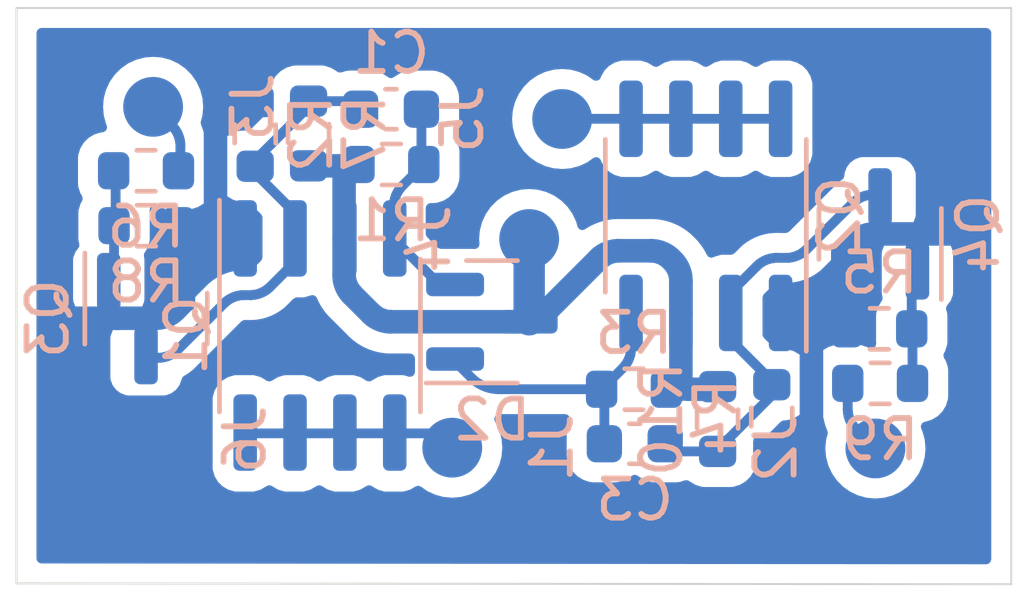
<source format=kicad_pcb>
(kicad_pcb (version 20211014) (generator pcbnew)
  (layers (0 "F.Cu" signal) (31 "B.Cu" signal) (34 "B.Paste" user) (35 "F.Paste" user) (36 "B.SilkS" user "B.Silkscreen") (37 "F.SilkS" user "F.Silkscreen") (38 "B.Mask" user) (39 "F.Mask" user) (44 "Edge.Cuts" user))
  (net 0 "")
  (net 1 "Net-(C1-Pad2)")
  (net 2 "Net-(C1-Pad1)")
  (net 3 "Net-(C3-Pad2)")
  (net 4 "Net-(C3-Pad1)")
  (net 5 "GND")
  (net 6 "Net-(Q3-Pad1)")
  (net 7 "Net-(J1-Pad1)")
  (net 8 "Net-(J5-Pad1)")
  (net 9 "Net-(Q4-Pad1)")
  (net 10 "/+12v")
  (net 11 "/Z1")
  (net 12 "/Z2")
  (footprint "Capacitor_SMD:C_0603_1608Metric" (layer "B.Cu") (at 40 39.33 180)
    (fp_text reference "C1" (at 0 1.43) (layer "B.SilkS") (effects (justify mirror)))
    (fp_text value "82nF")
    (fp_line (start -0.14058 0.51) (end 0.14058 0.51) (layer "B.SilkS") (width 0.12))
    (fp_line (start -0.14058 -0.51) (end 0.14058 -0.51) (layer "B.SilkS") (width 0.12))
    (pad "1" smd roundrect (at -0.775 0 180) (size 0.9 0.95) (layers "B.Cu" "B.Paste" "B.Mask") (net 2 "Net-(C1-Pad1)"))
    (pad "2" smd roundrect (at 0.775 0 180) (size 0.9 0.95) (layers "B.Cu" "B.Paste" "B.Mask") (net 1 "Net-(C1-Pad2)"))
  )
  (footprint "Capacitor_SMD:C_0603_1608Metric" (layer "B.Cu") (at 46.21 47.86)
    (fp_text reference "C3" (at 0 1.43) (layer "B.SilkS") (effects (justify mirror)))
    (fp_text value "82nF")
    (fp_line (start -0.14058 0.51) (end 0.14058 0.51) (layer "B.SilkS") (width 0.12))
    (fp_line (start -0.14058 -0.51) (end 0.14058 -0.51) (layer "B.SilkS") (width 0.12))
    (pad "1" smd roundrect (at -0.775 0) (size 0.9 0.95) (layers "B.Cu" "B.Paste" "B.Mask") (net 4 "Net-(C3-Pad1)"))
    (pad "2" smd roundrect (at 0.775 0) (size 0.9 0.95) (layers "B.Cu" "B.Paste" "B.Mask") (net 3 "Net-(C3-Pad2)"))
  )
  (footprint "Package_TO_SOT_SMD:SOT-23" (layer "B.Cu") (at 42.57 44.75)
    (fp_text reference "D2" (at 0 2.5) (layer "B.SilkS") (effects (justify mirror)))
    (fp_text value "BAT54C")
    (fp_line (start 0 1.56) (end -1.675 1.56) (layer "B.SilkS") (width 0.12))
    (fp_line (start 0 -1.56) (end -0.65 -1.56) (layer "B.SilkS") (width 0.12))
    (fp_line (start 0 1.56) (end 0.65 1.56) (layer "B.SilkS") (width 0.12))
    (fp_line (start 0 -1.56) (end 0.65 -1.56) (layer "B.SilkS") (width 0.12))
    (pad "1" smd roundrect (at -0.9375 0.95) (size 1.475 0.6) (layers "B.Cu" "B.Paste" "B.Mask") (net 4 "Net-(C3-Pad1)"))
    (pad "2" smd roundrect (at -0.9375 -0.95) (size 1.475 0.6) (layers "B.Cu" "B.Paste" "B.Mask") (net 2 "Net-(C1-Pad1)"))
    (pad "3" smd roundrect (at 0.9375 0) (size 1.475 0.6) (layers "B.Cu" "B.Paste" "B.Mask") (net 10 "/+12v"))
  )
  (footprint "My-library:SMD-CONN" (layer "B.Cu") (at 41.56 47.96 -90)
    (fp_text reference "J1" (at 0 -2.54 90) (layer "B.SilkS") (effects (justify mirror)))
    (fp_text value "Conn")
    (pad "1" smd circle locked (at 0 0 270) (size 1.524 1.524) (layers "B.Cu" "B.Paste" "B.Mask") (net 7 "Net-(J1-Pad1)"))
  )
  (footprint "My-library:SMD-CONN" (layer "B.Cu") (at 33.94 39.27 -90)
    (fp_text reference "J3" (at 0 -2.54 90) (layer "B.SilkS") (effects (justify mirror)))
    (fp_text value "Conn")
    (pad "1" smd circle locked (at 0 0 270) (size 1.524 1.524) (layers "B.Cu" "B.Paste" "B.Mask") (net 12 "/Z2"))
  )
  (footprint "My-library:SMD-CONN" (layer "B.Cu") (at 43.52 42.64 90)
    (fp_text reference "J4" (at 0 -2.54 90) (layer "B.SilkS") (effects (justify mirror)))
    (fp_text value "Conn")
    (pad "1" smd circle locked (at 0 0 90) (size 1.524 1.524) (layers "B.Cu" "B.Paste" "B.Mask") (net 10 "/+12v"))
  )
  (footprint "My-library:SMD-CONN" (layer "B.Cu") (at 44.36 39.58 90)
    (fp_text reference "J5" (at 0 -2.54 90) (layer "B.SilkS") (effects (justify mirror)))
    (fp_text value "Conn")
    (pad "1" smd circle locked (at 0 0 90) (size 1.524 1.524) (layers "B.Cu" "B.Paste" "B.Mask") (net 8 "Net-(J5-Pad1)"))
  )
  (footprint "Package_SO:SOIC-8_3.9x4.9mm_P1.27mm" (layer "B.Cu") (at 48.02 42.05 90)
    (fp_text reference "Q2" (at 0 3.4 90) (layer "B.SilkS") (effects (justify mirror)))
    (fp_text value "IRF7343PBF")
    (fp_line (start 0 2.56) (end 1.95 2.56) (layer "B.SilkS") (width 0.12))
    (fp_line (start 0 2.56) (end -3.45 2.56) (layer "B.SilkS") (width 0.12))
    (fp_line (start 0 -2.56) (end 1.95 -2.56) (layer "B.SilkS") (width 0.12))
    (fp_line (start 0 -2.56) (end -1.95 -2.56) (layer "B.SilkS") (width 0.12))
    (pad "1" smd roundrect (at -2.475 1.905 90) (size 1.95 0.6) (layers "B.Cu" "B.Paste" "B.Mask") (net 5 "GND"))
    (pad "2" smd roundrect (at -2.475 0.635 90) (size 1.95 0.6) (layers "B.Cu" "B.Paste" "B.Mask") (net 3 "Net-(C3-Pad2)"))
    (pad "3" smd roundrect (at -2.475 -0.635 90) (size 1.95 0.6) (layers "B.Cu" "B.Paste" "B.Mask") (net 10 "/+12v"))
    (pad "4" smd roundrect (at -2.475 -1.905 90) (size 1.95 0.6) (layers "B.Cu" "B.Paste" "B.Mask") (net 4 "Net-(C3-Pad1)"))
    (pad "5" smd roundrect (at 2.475 -1.905 90) (size 1.95 0.6) (layers "B.Cu" "B.Paste" "B.Mask") (net 8 "Net-(J5-Pad1)"))
    (pad "6" smd roundrect (at 2.475 -0.635 90) (size 1.95 0.6) (layers "B.Cu" "B.Paste" "B.Mask") (net 8 "Net-(J5-Pad1)"))
    (pad "7" smd roundrect (at 2.475 0.635 90) (size 1.95 0.6) (layers "B.Cu" "B.Paste" "B.Mask") (net 8 "Net-(J5-Pad1)"))
    (pad "8" smd roundrect (at 2.475 1.905 90) (size 1.95 0.6) (layers "B.Cu" "B.Paste" "B.Mask") (net 8 "Net-(J5-Pad1)"))
  )
  (footprint "Resistor_SMD:R_0603_1608Metric" (layer "B.Cu") (at 40.01 40.74)
    (fp_text reference "R1" (at 0 1.43) (layer "B.SilkS") (effects (justify mirror)))
    (fp_text value "100k")
    (fp_line (start -0.237258 -0.5225) (end 0.237258 -0.5225) (layer "B.SilkS") (width 0.12))
    (fp_line (start -0.237258 0.5225) (end 0.237258 0.5225) (layer "B.SilkS") (width 0.12))
    (pad "1" smd roundrect (at -0.825 0) (size 0.8 0.95) (layers "B.Cu" "B.Paste" "B.Mask") (net 10 "/+12v"))
    (pad "2" smd roundrect (at 0.825 0) (size 0.8 0.95) (layers "B.Cu" "B.Paste" "B.Mask") (net 2 "Net-(C1-Pad1)"))
  )
  (footprint "Resistor_SMD:R_0603_1608Metric" (layer "B.Cu") (at 36.54 39.96 90)
    (fp_text reference "R2" (at 0 1.43 90) (layer "B.SilkS") (effects (justify mirror)))
    (fp_text value "100k")
    (fp_line (start -0.237258 0.5225) (end 0.237258 0.5225) (layer "B.SilkS") (width 0.12))
    (fp_line (start -0.237258 -0.5225) (end 0.237258 -0.5225) (layer "B.SilkS") (width 0.12))
    (pad "1" smd roundrect (at -0.825 0 90) (size 0.8 0.95) (layers "B.Cu" "B.Paste" "B.Mask") (net 1 "Net-(C1-Pad2)"))
    (pad "2" smd roundrect (at 0.825 0 90) (size 0.8 0.95) (layers "B.Cu" "B.Paste" "B.Mask") (net 5 "GND"))
  )
  (footprint "Resistor_SMD:R_0603_1608Metric" (layer "B.Cu") (at 46.19 46.47 180)
    (fp_text reference "R3" (at 0 1.43) (layer "B.SilkS") (effects (justify mirror)))
    (fp_text value "100k")
    (fp_line (start -0.237258 -0.5225) (end 0.237258 -0.5225) (layer "B.SilkS") (width 0.12))
    (fp_line (start -0.237258 0.5225) (end 0.237258 0.5225) (layer "B.SilkS") (width 0.12))
    (pad "1" smd roundrect (at -0.825 0 180) (size 0.8 0.95) (layers "B.Cu" "B.Paste" "B.Mask") (net 10 "/+12v"))
    (pad "2" smd roundrect (at 0.825 0 180) (size 0.8 0.95) (layers "B.Cu" "B.Paste" "B.Mask") (net 4 "Net-(C3-Pad1)"))
  )
  (footprint "Resistor_SMD:R_0603_1608Metric" (layer "B.Cu") (at 49.7 47.18 -90)
    (fp_text reference "R4" (at 0 1.43 -270) (layer "B.SilkS") (effects (justify mirror)))
    (fp_text value "100k")
    (fp_line (start -0.237258 0.5225) (end 0.237258 0.5225) (layer "B.SilkS") (width 0.12))
    (fp_line (start -0.237258 -0.5225) (end 0.237258 -0.5225) (layer "B.SilkS") (width 0.12))
    (pad "1" smd roundrect (at -0.825 0 270) (size 0.8 0.95) (layers "B.Cu" "B.Paste" "B.Mask") (net 3 "Net-(C3-Pad2)"))
    (pad "2" smd roundrect (at 0.825 0 270) (size 0.8 0.95) (layers "B.Cu" "B.Paste" "B.Mask") (net 5 "GND"))
  )
  (footprint "Resistor_SMD:R_0603_1608Metric" (layer "B.Cu") (at 33.76 40.9)
    (fp_text reference "R6" (at 0 1.43) (layer "B.SilkS") (effects (justify mirror)))
    (fp_text value "10")
    (fp_line (start -0.237258 -0.5225) (end 0.237258 -0.5225) (layer "B.SilkS") (width 0.12))
    (fp_line (start -0.237258 0.5225) (end 0.237258 0.5225) (layer "B.SilkS") (width 0.12))
    (pad "1" smd roundrect (at -0.825 0) (size 0.8 0.95) (layers "B.Cu" "B.Paste" "B.Mask") (net 6 "Net-(Q3-Pad1)"))
    (pad "2" smd roundrect (at 0.825 0) (size 0.8 0.95) (layers "B.Cu" "B.Paste" "B.Mask") (net 12 "/Z2"))
  )
  (footprint "My-library:SMD-CONN" (layer "B.Cu") (at 33.74 47.75 -90)
    (fp_text reference "J6" (at 0 -2.54 90) (layer "B.SilkS") (effects (justify mirror)))
    (fp_text value "Conn")
    (pad "1" smd circle locked (at 0 0 270) (size 1.524 1.524) (layers "B.Cu" "B.Paste" "B.Mask") (net 5 "GND"))
  )
  (footprint "Package_TO_SOT_SMD:SOT-23" (layer "B.Cu") (at 33.76 44.67 -90)
    (fp_text reference "Q3" (at 0 2.5 90) (layer "B.SilkS") (effects (justify mirror)))
    (fp_text value "IRLML6344")
    (fp_line (start 0 -1.56) (end 0.65 -1.56) (layer "B.SilkS") (width 0.12))
    (fp_line (start 0 -1.56) (end -0.65 -1.56) (layer "B.SilkS") (width 0.12))
    (fp_line (start 0 1.56) (end 0.65 1.56) (layer "B.SilkS") (width 0.12))
    (fp_line (start 0 1.56) (end -1.675 1.56) (layer "B.SilkS") (width 0.12))
    (pad "1" smd roundrect (at -0.9375 0.95 270) (size 1.475 0.6) (layers "B.Cu" "B.Paste" "B.Mask") (net 6 "Net-(Q3-Pad1)"))
    (pad "2" smd roundrect (at -0.9375 -0.95 270) (size 1.475 0.6) (layers "B.Cu" "B.Paste" "B.Mask") (net 5 "GND"))
    (pad "3" smd roundrect (at 0.9375 0 270) (size 1.475 0.6) (layers "B.Cu" "B.Paste" "B.Mask") (net 1 "Net-(C1-Pad2)"))
  )
  (footprint "Resistor_SMD:R_0603_1608Metric" (layer "B.Cu") (at 37.9 39.95 90)
    (fp_text reference "R7" (at 0 1.43 90) (layer "B.SilkS") (effects (justify mirror)))
    (fp_text value "100")
    (fp_line (start -0.237258 -0.5225) (end 0.237258 -0.5225) (layer "B.SilkS") (width 0.12))
    (fp_line (start -0.237258 0.5225) (end 0.237258 0.5225) (layer "B.SilkS") (width 0.12))
    (pad "1" smd roundrect (at -0.825 0 90) (size 0.8 0.95) (layers "B.Cu" "B.Paste" "B.Mask") (net 10 "/+12v"))
    (pad "2" smd roundrect (at 0.825 0 90) (size 0.8 0.95) (layers "B.Cu" "B.Paste" "B.Mask") (net 1 "Net-(C1-Pad2)"))
  )
  (footprint "Resistor_SMD:R_0603_1608Metric" (layer "B.Cu") (at 33.77 42.3)
    (fp_text reference "R8" (at 0 1.43) (layer "B.SilkS") (effects (justify mirror)))
    (fp_text value "100k")
    (fp_line (start -0.237258 0.5225) (end 0.237258 0.5225) (layer "B.SilkS") (width 0.12))
    (fp_line (start -0.237258 -0.5225) (end 0.237258 -0.5225) (layer "B.SilkS") (width 0.12))
    (pad "1" smd roundrect (at -0.825 0) (size 0.8 0.95) (layers "B.Cu" "B.Paste" "B.Mask") (net 6 "Net-(Q3-Pad1)"))
    (pad "2" smd roundrect (at 0.825 0) (size 0.8 0.95) (layers "B.Cu" "B.Paste" "B.Mask") (net 5 "GND"))
  )
  (footprint "My-library:SMD-CONN" (layer "B.Cu") (at 52.34 47.98 90)
    (fp_text reference "J2" (at 0 -2.54 90) (layer "B.SilkS") (effects (justify mirror)))
    (fp_text value "Conn")
    (pad "1" smd circle locked (at 0 0 90) (size 1.524 1.524) (layers "B.Cu" "B.Paste" "B.Mask") (net 11 "/Z1"))
  )
  (footprint "Resistor_SMD:R_0603_1608Metric" (layer "B.Cu") (at 52.44 44.93 180)
    (fp_text reference "R5" (at 0 1.43) (layer "B.SilkS") (effects (justify mirror)))
    (fp_text value "100k")
    (fp_line (start -0.237258 -0.5225) (end 0.237258 -0.5225) (layer "B.SilkS") (width 0.12))
    (fp_line (start -0.237258 0.5225) (end 0.237258 0.5225) (layer "B.SilkS") (width 0.12))
    (pad "1" smd roundrect (at -0.825 0 180) (size 0.8 0.95) (layers "B.Cu" "B.Paste" "B.Mask") (net 9 "Net-(Q4-Pad1)"))
    (pad "2" smd roundrect (at 0.825 0 180) (size 0.8 0.95) (layers "B.Cu" "B.Paste" "B.Mask") (net 5 "GND"))
  )
  (footprint "Resistor_SMD:R_0603_1608Metric" (layer "B.Cu") (at 52.46 46.32)
    (fp_text reference "R9" (at 0 1.43) (layer "B.SilkS") (effects (justify mirror)))
    (fp_text value "10")
    (fp_line (start -0.237258 -0.5225) (end 0.237258 -0.5225) (layer "B.SilkS") (width 0.12))
    (fp_line (start -0.237258 0.5225) (end 0.237258 0.5225) (layer "B.SilkS") (width 0.12))
    (pad "1" smd roundrect (at -0.825 0) (size 0.8 0.95) (layers "B.Cu" "B.Paste" "B.Mask") (net 11 "/Z1"))
    (pad "2" smd roundrect (at 0.825 0) (size 0.8 0.95) (layers "B.Cu" "B.Paste" "B.Mask") (net 9 "Net-(Q4-Pad1)"))
  )
  (footprint "Resistor_SMD:R_0603_1608Metric" (layer "B.Cu") (at 48.32 47.23 -90)
    (fp_text reference "R10" (at 0 1.43 -270) (layer "B.SilkS") (effects (justify mirror)))
    (fp_text value "100")
    (fp_line (start -0.237258 0.5225) (end 0.237258 0.5225) (layer "B.SilkS") (width 0.12))
    (fp_line (start -0.237258 -0.5225) (end 0.237258 -0.5225) (layer "B.SilkS") (width 0.12))
    (pad "1" smd roundrect (at -0.825 0 270) (size 0.8 0.95) (layers "B.Cu" "B.Paste" "B.Mask") (net 10 "/+12v"))
    (pad "2" smd roundrect (at 0.825 0 270) (size 0.8 0.95) (layers "B.Cu" "B.Paste" "B.Mask") (net 3 "Net-(C3-Pad2)"))
  )
  (footprint "Package_TO_SOT_SMD:SOT-23" (layer "B.Cu") (at 52.46 42.51 90)
    (fp_text reference "Q4" (at 0 2.5 90) (layer "B.SilkS") (effects (justify mirror)))
    (fp_text value "IRLML6344")
    (fp_line (start 0 1.56) (end -1.675 1.56) (layer "B.SilkS") (width 0.12))
    (fp_line (start 0 1.56) (end 0.65 1.56) (layer "B.SilkS") (width 0.12))
    (fp_line (start 0 -1.56) (end 0.65 -1.56) (layer "B.SilkS") (width 0.12))
    (fp_line (start 0 -1.56) (end -0.65 -1.56) (layer "B.SilkS") (width 0.12))
    (pad "1" smd roundrect (at -0.9375 0.95 90) (size 1.475 0.6) (layers "B.Cu" "B.Paste" "B.Mask") (net 9 "Net-(Q4-Pad1)"))
    (pad "2" smd roundrect (at -0.9375 -0.95 90) (size 1.475 0.6) (layers "B.Cu" "B.Paste" "B.Mask") (net 5 "GND"))
    (pad "3" smd roundrect (at 0.9375 0 90) (size 1.475 0.6) (layers "B.Cu" "B.Paste" "B.Mask") (net 3 "Net-(C3-Pad2)"))
  )
  (footprint "Package_SO:SOIC-8_3.9x4.9mm_P1.27mm" (layer "B.Cu") (at 38.19 45.1 -90)
    (fp_text reference "Q1" (at 0 3.4 90) (layer "B.SilkS") (effects (justify mirror)))
    (fp_text value "IRF7343PBF")
    (fp_line (start 0 2.56) (end 1.95 2.56) (layer "B.SilkS") (width 0.12))
    (fp_line (start 0 -2.56) (end 1.95 -2.56) (layer "B.SilkS") (width 0.12))
    (fp_line (start 0 -2.56) (end -1.95 -2.56) (layer "B.SilkS") (width 0.12))
    (fp_line (start 0 2.56) (end -3.45 2.56) (layer "B.SilkS") (width 0.12))
    (pad "1" smd roundrect (at -2.475 1.905 270) (size 1.95 0.6) (layers "B.Cu" "B.Paste" "B.Mask") (net 5 "GND"))
    (pad "2" smd roundrect (at -2.475 0.635 270) (size 1.95 0.6) (layers "B.Cu" "B.Paste" "B.Mask") (net 1 "Net-(C1-Pad2)"))
    (pad "3" smd roundrect (at -2.475 -0.635 270) (size 1.95 0.6) (layers "B.Cu" "B.Paste" "B.Mask") (net 10 "/+12v"))
    (pad "4" smd roundrect (at -2.475 -1.905 270) (size 1.95 0.6) (layers "B.Cu" "B.Paste" "B.Mask") (net 2 "Net-(C1-Pad1)"))
    (pad "5" smd roundrect (at 2.475 -1.905 270) (size 1.95 0.6) (layers "B.Cu" "B.Paste" "B.Mask") (net 7 "Net-(J1-Pad1)"))
    (pad "6" smd roundrect (at 2.475 -0.635 270) (size 1.95 0.6) (layers "B.Cu" "B.Paste" "B.Mask") (net 7 "Net-(J1-Pad1)"))
    (pad "7" smd roundrect (at 2.475 0.635 270) (size 1.95 0.6) (layers "B.Cu" "B.Paste" "B.Mask") (net 7 "Net-(J1-Pad1)"))
    (pad "8" smd roundrect (at 2.475 1.905 270) (size 1.95 0.6) (layers "B.Cu" "B.Paste" "B.Mask") (net 7 "Net-(J1-Pad1)"))
  )
  (gr_line (start 30.46 51.42) (end 30.46 36.75) (layer "Edge.Cuts") (width 0.05))
  (gr_line (start 55.8 51.441474) (end 30.46 51.42) (layer "Edge.Cuts") (width 0.05))
  (gr_line (start 30.46 36.75) (end 55.8 36.75) (layer "Edge.Cuts") (width 0.05))
  (gr_line (start 55.8 36.75) (end 55.8 51.441474) (layer "Edge.Cuts") (width 0.05))
  (segment (start 34.201298 45.656083) (end 34.235983 45.648294) (width 0.25) (layer "B.Cu") (net 1))
  (segment (start 34.06 45.67) (end 34.095539 45.669127) (width 0.25) (layer "B.Cu") (net 1))
  (segment (start 37.535 41.955) (end 37.535 42.645) (width 0.25) (layer "B.Cu") (net 1))
  (segment (start 35.828557 44.212529) (end 35.857621 44.19206) (width 0.25) (layer "B.Cu") (net 1))
  (segment (start 36.445539 44.069127) (end 36.41 44.07) (width 0.25) (layer "B.Cu") (net 1))
  (segment (start 36.54 40.63) (end 36.54 40.785) (width 0.25) (layer "B.Cu") (net 1))
  (segment (start 36.224463 44.070872) (end 36.26 44.07) (width 0.25) (layer "B.Cu") (net 1))
  (segment (start 36.153729 44.077839) (end 36.18901 44.073487) (width 0.25) (layer "B.Cu") (net 1))
  (segment (start 34.06 45.67) (end 33.76 45.67) (width 0.25) (layer "B.Cu") (net 1))
  (segment (start 34.546388 45.482379) (end 34.572133 45.457867) (width 0.25) (layer "B.Cu") (net 1))
  (segment (start 37.535 42.645) (end 37.535 43.245) (width 0.25) (layer "B.Cu") (net 1))
  (segment (start 34.235983 45.648294) (end 34.270244 45.638813) (width 0.25) (layer "B.Cu") (net 1))
  (segment (start 36.26 44.07) (end 36.41 44.07) (width 0.25) (layer "B.Cu") (net 1))
  (segment (start 36.18901 44.073487) (end 36.224463 44.070872) (width 0.25) (layer "B.Cu") (net 1))
  (segment (start 37.9 39.27) (end 36.54 40.63) (width 0.25) (layer "B.Cu") (net 1))
  (segment (start 34.337165 45.614868) (end 34.369664 45.600462) (width 0.25) (layer "B.Cu") (net 1))
  (segment (start 36.516272 44.06216) (end 36.480991 44.066511) (width 0.25) (layer "B.Cu") (net 1))
  (segment (start 36.896388 43.882379) (end 36.86947 43.905599) (width 0.25) (layer "B.Cu") (net 1))
  (segment (start 36.551298 44.056083) (end 36.516272 44.06216) (width 0.25) (layer "B.Cu") (net 1))
  (segment (start 35.857621 44.19206) (end 35.887654 44.173042) (width 0.25) (layer "B.Cu") (net 1))
  (segment (start 39.02 39.125) (end 39.225 39.33) (width 0.25) (layer "B.Cu") (net 1))
  (segment (start 36.86947 43.905599) (end 36.841445 43.927469) (width 0.25) (layer "B.Cu") (net 1))
  (segment (start 35.800532 44.2344) (end 35.828557 44.212529) (width 0.25) (layer "B.Cu") (net 1))
  (segment (start 37.9 39.125) (end 37.9 39.27) (width 0.25) (layer "B.Cu") (net 1))
  (segment (start 34.491445 45.527469) (end 34.51947 45.505599) (width 0.25) (layer "B.Cu") (net 1))
  (segment (start 37.9 39.125) (end 39.02 39.125) (width 0.25) (layer "B.Cu") (net 1))
  (segment (start 35.982837 44.125131) (end 36.016003 44.112337) (width 0.25) (layer "B.Cu") (net 1))
  (segment (start 36.585983 44.048294) (end 36.551298 44.056083) (width 0.25) (layer "B.Cu") (net 1))
  (segment (start 36.841445 43.927469) (end 36.812381 43.947939) (width 0.25) (layer "B.Cu") (net 1))
  (segment (start 36.016003 44.112337) (end 36.049758 44.101186) (width 0.25) (layer "B.Cu") (net 1))
  (segment (start 36.54 40.785) (end 36.54 40.96) (width 0.25) (layer "B.Cu") (net 1))
  (segment (start 34.462381 45.547939) (end 34.491445 45.527469) (width 0.25) (layer "B.Cu") (net 1))
  (segment (start 36.54 40.96) (end 37.535 41.955) (width 0.25) (layer "B.Cu") (net 1))
  (segment (start 36.620244 44.038813) (end 36.585983 44.048294) (width 0.25) (layer "B.Cu") (net 1))
  (segment (start 34.303998 45.627662) (end 34.337165 45.614868) (width 0.25) (layer "B.Cu") (net 1))
  (segment (start 36.687165 44.014868) (end 36.653998 44.027662) (width 0.25) (layer "B.Cu") (net 1))
  (segment (start 35.918585 44.15552) (end 35.950338 44.139537) (width 0.25) (layer "B.Cu") (net 1))
  (segment (start 34.401417 45.584479) (end 34.432348 45.566957) (width 0.25) (layer "B.Cu") (net 1))
  (segment (start 35.747868 44.282132) (end 35.773615 44.257619) (width 0.25) (layer "B.Cu") (net 1))
  (segment (start 34.369664 45.600462) (end 34.401417 45.584479) (width 0.25) (layer "B.Cu") (net 1))
  (segment (start 36.480991 44.066511) (end 36.445539 44.069127) (width 0.25) (layer "B.Cu") (net 1))
  (segment (start 36.812381 43.947939) (end 36.782348 43.966957) (width 0.25) (layer "B.Cu") (net 1))
  (segment (start 34.166272 45.66216) (end 34.201298 45.656083) (width 0.25) (layer "B.Cu") (net 1))
  (segment (start 34.130991 45.666512) (end 34.166272 45.66216) (width 0.25) (layer "B.Cu") (net 1))
  (segment (start 35.950338 44.139537) (end 35.982837 44.125131) (width 0.25) (layer "B.Cu") (net 1))
  (segment (start 35.887654 44.173042) (end 35.918585 44.15552) (width 0.25) (layer "B.Cu") (net 1))
  (segment (start 34.095539 45.669127) (end 34.130991 45.666512) (width 0.25) (layer "B.Cu") (net 1))
  (segment (start 36.922133 43.857867) (end 36.896388 43.882379) (width 0.25) (layer "B.Cu") (net 1))
  (segment (start 36.922133 43.857867) (end 37.535 43.245) (width 0.25) (layer "B.Cu") (net 1))
  (segment (start 35.773615 44.257619) (end 35.800532 44.2344) (width 0.25) (layer "B.Cu") (net 1))
  (segment (start 36.049758 44.101186) (end 36.084019 44.091705) (width 0.25) (layer "B.Cu") (net 1))
  (segment (start 34.432348 45.566957) (end 34.462381 45.547939) (width 0.25) (layer "B.Cu") (net 1))
  (segment (start 36.118704 44.083916) (end 36.153729 44.077839) (width 0.25) (layer "B.Cu") (net 1))
  (segment (start 36.653998 44.027662) (end 36.620244 44.038813) (width 0.25) (layer "B.Cu") (net 1))
  (segment (start 34.270244 45.638813) (end 34.303998 45.627662) (width 0.25) (layer "B.Cu") (net 1))
  (segment (start 36.751417 43.984479) (end 36.719664 44.000462) (width 0.25) (layer "B.Cu") (net 1))
  (segment (start 36.084019 44.091705) (end 36.118704 44.083916) (width 0.25) (layer "B.Cu") (net 1))
  (segment (start 34.572133 45.457867) (end 35.747868 44.282132) (width 0.25) (layer "B.Cu") (net 1))
  (segment (start 36.782348 43.966957) (end 36.751417 43.984479) (width 0.25) (layer "B.Cu") (net 1))
  (segment (start 34.51947 45.505599) (end 34.546388 45.482379) (width 0.25) (layer "B.Cu") (net 1))
  (segment (start 36.719664 44.000462) (end 36.687165 44.014868) (width 0.25) (layer "B.Cu") (net 1))
  (segment (start 40.239402 41.34053) (end 40.217531 41.368555) (width 0.25) (layer "B.Cu") (net 2))
  (segment (start 40.262621 41.313613) (end 40.239402 41.34053) (width 0.25) (layer "B.Cu") (net 2))
  (segment (start 40.178043 41.427653) (end 40.160521 41.458583) (width 0.25) (layer "B.Cu") (net 2))
  (segment (start 40.08284 41.693728) (end 40.078489 41.729009) (width 0.25) (layer "B.Cu") (net 2))
  (segment (start 40.075873 41.764461) (end 40.075 41.8) (width 0.25) (layer "B.Cu") (net 2))
  (segment (start 40.075 41.8) (end 40.075 42.645) (width 0.25) (layer "B.Cu") (net 2))
  (segment (start 40.096706 41.624017) (end 40.088918 41.658702) (width 0.25) (layer "B.Cu") (net 2))
  (segment (start 41.57 43.8) (end 41.23 43.8) (width 0.25) (layer "B.Cu") (net 2))
  (segment (start 40.775 40.68) (end 40.835 40.74) (width 0.25) (layer "B.Cu") (net 2))
  (segment (start 40.217531 41.368555) (end 40.197062 41.397619) (width 0.25) (layer "B.Cu") (net 2))
  (segment (start 40.160521 41.458583) (end 40.144538 41.490336) (width 0.25) (layer "B.Cu") (net 2))
  (segment (start 40.144538 41.490336) (end 40.130132 41.522835) (width 0.25) (layer "B.Cu") (net 2))
  (segment (start 40.775 39.33) (end 40.775 40.68) (width 0.25) (layer "B.Cu") (net 2))
  (segment (start 40.287133 41.287867) (end 40.262621 41.313613) (width 0.25) (layer "B.Cu") (net 2))
  (segment (start 40.088918 41.658702) (end 40.08284 41.693728) (width 0.25) (layer "B.Cu") (net 2))
  (segment (start 40.078489 41.729009) (end 40.075873 41.764461) (width 0.25) (layer "B.Cu") (net 2))
  (segment (start 40.130132 41.522835) (end 40.117339 41.556002) (width 0.25) (layer "B.Cu") (net 2))
  (segment (start 40.287133 41.287867) (end 40.835 40.74) (width 0.25) (layer "B.Cu") (net 2))
  (segment (start 41.23 43.8) (end 40.075 42.645) (width 0.25) (layer "B.Cu") (net 2))
  (segment (start 40.106188 41.589756) (end 40.096706 41.624017) (width 0.25) (layer "B.Cu") (net 2))
  (segment (start 40.197062 41.397619) (end 40.178043 41.427653) (width 0.25) (layer "B.Cu") (net 2))
  (segment (start 40.117339 41.556002) (end 40.106188 41.589756) (width 0.25) (layer "B.Cu") (net 2))
  (segment (start 49.317867 43.332133) (end 48.655 43.995) (width 0.25) (layer "B.Cu") (net 3))
  (segment (start 49.723728 43.12784) (end 49.759009 43.123489) (width 0.25) (layer "B.Cu") (net 3))
  (segment (start 52.138702 41.523917) (end 52.104017 41.531706) (width 0.25) (layer "B.Cu") (net 3))
  (segment (start 49.619756 43.151187) (end 49.654017 43.141706) (width 0.25) (layer "B.Cu") (net 3))
  (segment (start 50.472379 42.99794) (end 50.442346 43.016958) (width 0.25) (layer "B.Cu") (net 3))
  (segment (start 49.457652 43.223043) (end 49.488583 43.205521) (width 0.25) (layer "B.Cu") (net 3))
  (segment (start 50.313997 43.077663) (end 50.280242 43.088814) (width 0.25) (layer "B.Cu") (net 3))
  (segment (start 50.582132 42.907868) (end 50.556385 42.932381) (width 0.25) (layer "B.Cu") (net 3))
  (segment (start 52.002835 41.565132) (end 51.970336 41.579538) (width 0.25) (layer "B.Cu") (net 3))
  (segment (start 49.488583 43.205521) (end 49.520336 43.189538) (width 0.25) (layer "B.Cu") (net 3))
  (segment (start 50.280242 43.088814) (end 50.245981 43.098295) (width 0.25) (layer "B.Cu") (net 3))
  (segment (start 49.654017 43.141706) (end 49.688702 43.133917) (width 0.25) (layer "B.Cu") (net 3))
  (segment (start 48.32 48.055) (end 48.32 48.01) (width 0.25) (layer "B.Cu") (net 3))
  (segment (start 49.759009 43.123489) (end 49.794461 43.120873) (width 0.25) (layer "B.Cu") (net 3))
  (segment (start 51.970336 41.579538) (end 51.938583 41.595521) (width 0.25) (layer "B.Cu") (net 3))
  (segment (start 49.7 46.26) (end 49.7 46.355) (width 0.25) (layer "B.Cu") (net 3))
  (segment (start 49.7 46.63) (end 49.7 46.355) (width 0.25) (layer "B.Cu") (net 3))
  (segment (start 49.520336 43.189538) (end 49.552835 43.175132) (width 0.25) (layer "B.Cu") (net 3))
  (segment (start 51.848555 41.652531) (end 51.82053 41.674401) (width 0.25) (layer "B.Cu") (net 3))
  (segment (start 50.411415 43.03448) (end 50.379662 43.050463) (width 0.25) (layer "B.Cu") (net 3))
  (segment (start 49.427619 43.242061) (end 49.457652 43.223043) (width 0.25) (layer "B.Cu") (net 3))
  (segment (start 52.28 41.51) (end 52.46 41.51) (width 0.25) (layer "B.Cu") (net 3))
  (segment (start 49.552835 43.175132) (end 49.586002 43.162338) (width 0.25) (layer "B.Cu") (net 3))
  (segment (start 48.32 48.055) (end 47.18 48.055) (width 0.25) (layer "B.Cu") (net 3))
  (segment (start 49.343612 43.307621) (end 49.37053 43.284401) (width 0.25) (layer "B.Cu") (net 3))
  (segment (start 47.18 48.055) (end 46.985 47.86) (width 0.25) (layer "B.Cu") (net 3))
  (segment (start 52.104017 41.531706) (end 52.069756 41.541187) (width 0.25) (layer "B.Cu") (net 3))
  (segment (start 48.32 48.01) (end 49.7 46.63) (width 0.25) (layer "B.Cu") (net 3))
  (segment (start 52.036002 41.552338) (end 52.002835 41.565132) (width 0.25) (layer "B.Cu") (net 3))
  (segment (start 52.209009 41.513488) (end 52.173728 41.51784) (width 0.25) (layer "B.Cu") (net 3))
  (segment (start 49.586002 43.162338) (end 49.619756 43.151187) (width 0.25) (layer "B.Cu") (net 3))
  (segment (start 48.655 44.525) (end 48.655 43.995) (width 0.25) (layer "B.Cu") (net 3))
  (segment (start 50.176271 43.112161) (end 50.14099 43.116513) (width 0.25) (layer "B.Cu") (net 3))
  (segment (start 50.442346 43.016958) (end 50.411415 43.03448) (width 0.25) (layer "B.Cu") (net 3))
  (segment (start 50.07 43.12) (end 49.83 43.12) (width 0.25) (layer "B.Cu") (net 3))
  (segment (start 51.82053 41.674401) (end 51.793612 41.697621) (width 0.25) (layer "B.Cu") (net 3))
  (segment (start 50.529468 42.9556) (end 50.501443 42.977471) (width 0.25) (layer "B.Cu") (net 3))
  (segment (start 52.069756 41.541187) (end 52.036002 41.552338) (width 0.25) (layer "B.Cu") (net 3))
  (segment (start 50.245981 43.098295) (end 50.211296 43.106084) (width 0.25) (layer "B.Cu") (net 3))
  (segment (start 51.907652 41.613043) (end 51.877619 41.632061) (width 0.25) (layer "B.Cu") (net 3))
  (segment (start 50.379662 43.050463) (end 50.347163 43.064869) (width 0.25) (layer "B.Cu") (net 3))
  (segment (start 49.398555 43.262531) (end 49.427619 43.242061) (width 0.25) (layer "B.Cu") (net 3))
  (segment (start 52.173728 41.51784) (end 52.138702 41.523917) (width 0.25) (layer "B.Cu") (net 3))
  (segment (start 50.105537 43.119128) (end 50.07 43.12) (width 0.25) (layer "B.Cu") (net 3))
  (segment (start 50.501443 42.977471) (end 50.472379 42.99794) (width 0.25) (layer "B.Cu") (net 3))
  (segment (start 49.317867 43.332133) (end 49.343612 43.307621) (width 0.25) (layer "B.Cu") (net 3))
  (segment (start 51.767867 41.722133) (end 50.582132 42.907868) (width 0.25) (layer "B.Cu") (net 3))
  (segment (start 52.244461 41.510873) (end 52.209009 41.513488) (width 0.25) (layer "B.Cu") (net 3))
  (segment (start 50.347163 43.064869) (end 50.313997 43.077663) (width 0.25) (layer "B.Cu") (net 3))
  (segment (start 52.28 41.51) (end 52.244461 41.510873) (width 0.25) (layer "B.Cu") (net 3))
  (segment (start 50.14099 43.116513) (end 50.105537 43.119128) (width 0.25) (layer "B.Cu") (net 3))
  (segment (start 50.211296 43.106084) (end 50.176271 43.112161) (width 0.25) (layer "B.Cu") (net 3))
  (segment (start 51.938583 41.595521) (end 51.907652 41.613043) (width 0.25) (layer "B.Cu") (net 3))
  (segment (start 49.37053 43.284401) (end 49.398555 43.262531) (width 0.25) (layer "B.Cu") (net 3))
  (segment (start 50.556385 42.932381) (end 50.529468 42.9556) (width 0.25) (layer "B.Cu") (net 3))
  (segment (start 51.793612 41.697621) (end 51.767867 41.722133) (width 0.25) (layer "B.Cu") (net 3))
  (segment (start 49.794461 43.120873) (end 49.83 43.12) (width 0.25) (layer "B.Cu") (net 3))
  (segment (start 51.877619 41.632061) (end 51.848555 41.652531) (width 0.25) (layer "B.Cu") (net 3))
  (segment (start 48.655 45.215) (end 49.7 46.26) (width 0.25) (layer "B.Cu") (net 3))
  (segment (start 49.688702 43.133917) (end 49.723728 43.12784) (width 0.25) (layer "B.Cu") (net 3))
  (segment (start 48.655 44.525) (end 48.655 45.215) (width 0.25) (layer "B.Cu") (net 3))
  (segment (start 45.902867 45.932133) (end 45.365 46.47) (width 0.25) (layer "B.Cu") (net 4))
  (segment (start 46.011957 45.792347) (end 46.029479 45.761417) (width 0.25) (layer "B.Cu") (net 4))
  (segment (start 45.365 46.47) (end 42.754214 46.47) (width 0.25) (layer "B.Cu") (net 4))
  (segment (start 46.114127 45.455539) (end 46.115 45.42) (width 0.25) (layer "B.Cu") (net 4))
  (segment (start 45.435 47.86) (end 45.435 46.54) (width 0.25) (layer "B.Cu") (net 4))
  (segment (start 45.902867 45.932133) (end 45.927379 45.906387) (width 0.25) (layer "B.Cu") (net 4))
  (segment (start 46.101082 45.561298) (end 46.10716 45.526272) (width 0.25) (layer "B.Cu") (net 4))
  (segment (start 46.059868 45.697165) (end 46.072661 45.663998) (width 0.25) (layer "B.Cu") (net 4))
  (segment (start 45.950598 45.87947) (end 45.972469 45.851445) (width 0.25) (layer "B.Cu") (net 4))
  (segment (start 46.072661 45.663998) (end 46.083812 45.630244) (width 0.25) (layer "B.Cu") (net 4))
  (segment (start 45.927379 45.906387) (end 45.950598 45.87947) (width 0.25) (layer "B.Cu") (net 4))
  (segment (start 46.111511 45.490991) (end 46.114127 45.455539) (width 0.25) (layer "B.Cu") (net 4))
  (segment (start 46.029479 45.761417) (end 46.045462 45.729664) (width 0.25) (layer "B.Cu") (net 4))
  (segment (start 45.992938 45.822381) (end 46.011957 45.792347) (width 0.25) (layer "B.Cu") (net 4))
  (segment (start 42.047107 46.177107) (end 41.57 45.7) (width 0.25) (layer "B.Cu") (net 4))
  (segment (start 46.115 45.42) (end 46.115 44.525) (width 0.25) (layer "B.Cu") (net 4))
  (segment (start 45.435 46.54) (end 45.365 46.47) (width 0.25) (layer "B.Cu") (net 4))
  (segment (start 46.083812 45.630244) (end 46.093294 45.595983) (width 0.25) (layer "B.Cu") (net 4))
  (segment (start 46.093294 45.595983) (end 46.101082 45.561298) (width 0.25) (layer "B.Cu") (net 4))
  (segment (start 46.045462 45.729664) (end 46.059868 45.697165) (width 0.25) (layer "B.Cu") (net 4))
  (segment (start 46.10716 45.526272) (end 46.111511 45.490991) (width 0.25) (layer "B.Cu") (net 4))
  (segment (start 45.972469 45.851445) (end 45.992938 45.822381) (width 0.25) (layer "B.Cu") (net 4))
  (arc (start 42.754214 46.47) (mid 42.371531 46.39388) (end 42.047107 46.177107) (width 0.25) (layer "B.Cu") (net 4))
  (segment (start 35.53 39.82) (end 35.53 42.59) (width 0.6) (layer "B.Cu") (net 5))
  (segment (start 51.888555 42.652531) (end 51.917619 42.632061) (width 0.6) (layer "B.Cu") (net 5))
  (segment (start 52.178702 42.523917) (end 52.213728 42.51784) (width 0.6) (layer "B.Cu") (net 5))
  (segment (start 49.925 44.525) (end 50.665 44.525) (width 0.25) (layer "B.Cu") (net 5))
  (segment (start 33.99 44.66) (end 33.03 44.66) (width 0.6) (layer "B.Cu") (net 5))
  (segment (start 34.131298 44.646083) (end 34.165983 44.638294) (width 0.6) (layer "B.Cu") (net 5))
  (segment (start 33.03 44.66) (end 31.95 44.66) (width 0.6) (layer "B.Cu") (net 5))
  (segment (start 52.109756 42.541187) (end 52.144017 42.531706) (width 0.6) (layer "B.Cu") (net 5))
  (segment (start 52.284461 42.510873) (end 52.32 42.51) (width 0.6) (layer "B.Cu") (net 5))
  (segment (start 34.595 42.3) (end 34.595 43.555) (width 0.25) (layer "B.Cu") (net 5))
  (segment (start 34.060991 44.656512) (end 34.096272 44.65216) (width 0.6) (layer "B.Cu") (net 5))
  (segment (start 34.096272 44.65216) (end 34.131298 44.646083) (width 0.6) (layer "B.Cu") (net 5))
  (segment (start 50.71 44.57) (end 50.665 44.525) (width 0.25) (layer "B.Cu") (net 5))
  (segment (start 50.665 44.525) (end 51.585 44.525) (width 0.25) (layer "B.Cu") (net 5))
  (segment (start 35.585 42.645) (end 34.94 42.645) (width 0.25) (layer "B.Cu") (net 5))
  (segment (start 52.010336 42.579538) (end 52.042835 42.565132) (width 0.6) (layer "B.Cu") (net 5))
  (segment (start 51.978583 42.595521) (end 52.010336 42.579538) (width 0.6) (layer "B.Cu") (net 5))
  (segment (start 34.267165 44.604868) (end 34.299664 44.590462) (width 0.6) (layer "B.Cu") (net 5))
  (segment (start 34.362348 44.556957) (end 34.392381 44.537939) (width 0.6) (layer "B.Cu") (net 5))
  (segment (start 52.042835 42.565132) (end 52.076002 42.552338) (width 0.6) (layer "B.Cu") (net 5))
  (segment (start 33.99 44.66) (end 34.025539 44.659127) (width 0.6) (layer "B.Cu") (net 5))
  (segment (start 51.615 43.615) (end 51.51 43.51) (width 0.25) (layer "B.Cu") (net 5))
  (segment (start 34.476388 44.472379) (end 34.502133 44.447867) (width 0.6) (layer "B.Cu") (net 5))
  (segment (start 52.32 42.51) (end 54.29 42.51) (width 0.6) (layer "B.Cu") (net 5))
  (segment (start 51.807867 42.722133) (end 51.51 43.02) (width 0.6) (layer "B.Cu") (net 5))
  (segment (start 49.7 48.005) (end 50.165 48.005) (width 0.25) (layer "B.Cu") (net 5))
  (segment (start 34.595 43.555) (end 34.71 43.67) (width 0.25) (layer "B.Cu") (net 5))
  (segment (start 34.299664 44.590462) (end 34.331417 44.574479) (width 0.6) (layer "B.Cu") (net 5))
  (segment (start 34.025539 44.659127) (end 34.060991 44.656512) (width 0.6) (layer "B.Cu") (net 5))
  (segment (start 51.615 44.93) (end 51.615 44.495) (width 0.25) (layer "B.Cu") (net 5))
  (segment (start 34.165983 44.638294) (end 34.200244 44.628813) (width 0.6) (layer "B.Cu") (net 5))
  (segment (start 35.53 42.59) (end 35.585 42.645) (width 0.25) (layer "B.Cu") (net 5))
  (segment (start 51.947652 42.613043) (end 51.978583 42.595521) (width 0.6) (layer "B.Cu") (net 5))
  (segment (start 52.144017 42.531706) (end 52.178702 42.523917) (width 0.6) (layer "B.Cu") (net 5))
  (segment (start 50.165 48.005) (end 50.71 47.46) (width 0.25) (layer "B.Cu") (net 5))
  (segment (start 34.94 42.645) (end 34.595 42.3) (width 0.25) (layer "B.Cu") (net 5))
  (segment (start 52.076002 42.552338) (end 52.109756 42.541187) (width 0.6) (layer "B.Cu") (net 5))
  (segment (start 36.265 42.645) (end 35.585 42.645) (width 0.25) (layer "B.Cu") (net 5))
  (segment (start 51.51 43.51) (end 51.51 43.02) (width 0.6) (layer "B.Cu") (net 5))
  (segment (start 34.392381 44.537939) (end 34.421445 44.517469) (width 0.6) (layer "B.Cu") (net 5))
  (segment (start 52.213728 42.51784) (end 52.249009 42.513489) (width 0.6) (layer "B.Cu") (net 5))
  (segment (start 34.502133 44.447867) (end 34.71 44.24) (width 0.6) (layer "B.Cu") (net 5))
  (segment (start 51.807867 42.722133) (end 51.833612 42.697621) (width 0.6) (layer "B.Cu") (net 5))
  (segment (start 51.917619 42.632061) (end 51.947652 42.613043) (width 0.6) (layer "B.Cu") (net 5))
  (segment (start 34.200244 44.628813) (end 34.233998 44.617662) (width 0.6) (layer "B.Cu") (net 5))
  (segment (start 34.331417 44.574479) (end 34.362348 44.556957) (width 0.6) (layer "B.Cu") (net 5))
  (segment (start 51.86053 42.674401) (end 51.888555 42.652531) (width 0.6) (layer "B.Cu") (net 5))
  (segment (start 51.833612 42.697621) (end 51.86053 42.674401) (width 0.6) (layer "B.Cu") (net 5))
  (segment (start 34.44947 44.495599) (end 34.476388 44.472379) (width 0.6) (layer "B.Cu") (net 5))
  (segment (start 52.249009 42.513489) (end 52.284461 42.510873) (width 0.6) (layer "B.Cu") (net 5))
  (segment (start 50.71 47.46) (end 50.71 44.57) (width 0.6) (layer "B.Cu") (net 5))
  (segment (start 34.71 44.24) (end 34.71 43.67) (width 0.6) (layer "B.Cu") (net 5))
  (segment (start 51.585 44.525) (end 51.615 44.495) (width 0.25) (layer "B.Cu") (net 5))
  (segment (start 36.215 39.135) (end 35.53 39.82) (width 0.25) (layer "B.Cu") (net 5))
  (segment (start 36.52 39.135) (end 36.215 39.135) (width 0.25) (layer "B.Cu") (net 5))
  (segment (start 34.233998 44.617662) (end 34.267165 44.604868) (width 0.6) (layer "B.Cu") (net 5))
  (segment (start 51.615 44.495) (end 51.615 43.615) (width 0.25) (layer "B.Cu") (net 5))
  (segment (start 34.421445 44.517469) (end 34.44947 44.495599) (width 0.6) (layer "B.Cu") (net 5))
  (segment (start 32.985 40.91) (end 32.985 42.26) (width 0.25) (layer "B.Cu") (net 6))
  (segment (start 32.945 42.3) (end 32.945 43.535) (width 0.25) (layer "B.Cu") (net 6))
  (segment (start 32.985 42.26) (end 32.945 42.3) (width 0.25) (layer "B.Cu") (net 6))
  (segment (start 32.945 43.535) (end 32.81 43.67) (width 0.25) (layer "B.Cu") (net 6))
  (segment (start 37.535 47.595) (end 38.805 47.595) (width 0.25) (layer "B.Cu") (net 7))
  (segment (start 41.195 47.595) (end 41.56 47.96) (width 0.25) (layer "B.Cu") (net 7))
  (segment (start 38.805 47.595) (end 40.075 47.595) (width 0.25) (layer "B.Cu") (net 7))
  (segment (start 36.265 47.595) (end 37.535 47.595) (width 0.25) (layer "B.Cu") (net 7))
  (segment (start 40.075 47.595) (end 41.195 47.595) (width 0.25) (layer "B.Cu") (net 7))
  (segment (start 49.925 39.575) (end 48.655 39.575) (width 0.25) (layer "B.Cu") (net 8))
  (segment (start 48.655 39.575) (end 47.385 39.575) (width 0.25) (layer "B.Cu") (net 8))
  (segment (start 47.385 39.575) (end 46.115 39.575) (width 0.25) (layer "B.Cu") (net 8))
  (segment (start 46.115 39.575) (end 44.365 39.575) (width 0.25) (layer "B.Cu") (net 8))
  (segment (start 44.365 39.575) (end 44.36 39.58) (width 0.25) (layer "B.Cu") (net 8))
  (segment (start 53.265 44.93) (end 53.265 43.655) (width 0.25) (layer "B.Cu") (net 9))
  (segment (start 53.265 43.655) (end 53.41 43.51) (width 0.25) (layer "B.Cu") (net 9))
  (segment (start 53.285 46.32) (end 53.285 44.95) (width 0.25) (layer "B.Cu") (net 9))
  (segment (start 53.285 44.95) (end 53.265 44.93) (width 0.25) (layer "B.Cu") (net 9))
  (segment (start 39.789758 44.718812) (end 39.756003 44.707661) (width 0.6) (layer "B.Cu") (net 10))
  (segment (start 45.368555 43.082531) (end 45.397619 43.062061) (width 0.6) (layer "B.Cu") (net 10))
  (segment (start 47.381511 43.63401) (end 47.37716 43.598729) (width 0.6) (layer "B.Cu") (net 10))
  (segment (start 46.62 42.94) (end 45.8 42.94) (width 0.6) (layer "B.Cu") (net 10))
  (segment (start 38.908044 43.927345) (end 38.927062 43.957378) (width 0.6) (layer "B.Cu") (net 10))
  (segment (start 45.693728 42.94784) (end 45.729009 42.943489) (width 0.6) (layer "B.Cu") (net 10))
  (segment (start 47.4 46.47) (end 47.55 46.47) (width 0.25) (layer "B.Cu") (net 10))
  (segment (start 46.761296 42.953918) (end 46.726271 42.94784) (width 0.6) (layer "B.Cu") (net 10))
  (segment (start 47.55 46.47) (end 48.255 46.47) (width 0.6) (layer "B.Cu") (net 10))
  (segment (start 39.858704 44.736083) (end 39.824019 44.728294) (width 0.6) (layer "B.Cu") (net 10))
  (segment (start 47.329867 43.427837) (end 47.315461 43.395338) (width 0.6) (layer "B.Cu") (net 10))
  (segment (start 47.342661 43.461004) (end 47.329867 43.427837) (width 0.6) (layer "B.Cu") (net 10))
  (segment (start 45.458583 43.025521) (end 45.490336 43.009538) (width 0.6) (layer "B.Cu") (net 10))
  (segment (start 47.132132 43.152133) (end 47.106385 43.127621) (width 0.6) (layer "B.Cu") (net 10))
  (segment (start 38.805 42.645) (end 38.805 40.855) (width 0.6) (layer "B.Cu") (net 10))
  (segment (start 46.863997 42.982339) (end 46.830242 42.971188) (width 0.6) (layer "B.Cu") (net 10))
  (segment (start 47.371082 43.563704) (end 47.363293 43.529019) (width 0.6) (layer "B.Cu") (net 10))
  (segment (start 45.624017 42.961706) (end 45.658702 42.953917) (width 0.6) (layer "B.Cu") (net 10))
  (segment (start 46.929662 43.009538) (end 46.897163 42.995133) (width 0.6) (layer "B.Cu") (net 10))
  (segment (start 39.893729 44.74216) (end 39.858704 44.736083) (width 0.6) (layer "B.Cu") (net 10))
  (segment (start 38.874539 43.864662) (end 38.890522 43.896414) (width 0.6) (layer "B.Cu") (net 10))
  (segment (start 39.513614 44.562379) (end 39.487868 44.537867) (width 0.6) (layer "B.Cu") (net 10))
  (segment (start 39.627654 44.646957) (end 39.597621 44.627938) (width 0.6) (layer "B.Cu") (net 10))
  (segment (start 46.795981 42.961707) (end 46.761296 42.953918) (width 0.6) (layer "B.Cu") (net 10))
  (segment (start 38.805874 43.590537) (end 38.808489 43.62599) (width 0.6) (layer "B.Cu") (net 10))
  (segment (start 47.299478 43.363586) (end 47.281956 43.332655) (width 0.6) (layer "B.Cu") (net 10))
  (segment (start 46.69099 42.943489) (end 46.655537 42.940874) (width 0.6) (layer "B.Cu") (net 10))
  (segment (start 39.540532 44.585598) (end 39.513614 44.562379) (width 0.6) (layer "B.Cu") (net 10))
  (segment (start 47.353812 43.494758) (end 47.342661 43.461004) (width 0.6) (layer "B.Cu") (net 10))
  (segment (start 38.805 43.555) (end 38.805874 43.590537) (width 0.6) (layer "B.Cu") (net 10))
  (segment (start 38.992622 44.041384) (end 39.017133 44.067131) (width 0.6) (layer "B.Cu") (net 10))
  (segment (start 38.725 40.775) (end 39.15 40.775) (width 0.6) (layer "B.Cu") (net 10))
  (segment (start 47.315461 43.395338) (end 47.299478 43.363586) (width 0.6) (layer "B.Cu") (net 10))
  (segment (start 46.961415 43.025522) (end 46.929662 43.009538) (width 0.6) (layer "B.Cu") (net 10))
  (segment (start 45.522835 42.995132) (end 45.556002 42.982338) (width 0.6) (layer "B.Cu") (net 10))
  (segment (start 38.847339 43.798996) (end 38.860133 43.832163) (width 0.6) (layer "B.Cu") (net 10))
  (segment (start 46.655537 42.940874) (end 46.62 42.94) (width 0.6) (layer "B.Cu") (net 10))
  (segment (start 47.37716 43.598729) (end 47.371082 43.563704) (width 0.6) (layer "B.Cu") (net 10))
  (segment (start 47.363293 43.529019) (end 47.353812 43.494758) (width 0.6) (layer "B.Cu") (net 10))
  (segment (start 38.947531 43.986442) (end 38.969402 44.014467) (width 0.6) (layer "B.Cu") (net 10))
  (segment (start 45.427652 43.043043) (end 45.458583 43.025521) (width 0.6) (layer "B.Cu") (net 10))
  (segment (start 45.729009 42.943489) (end 45.764461 42.940873) (width 0.6) (layer "B.Cu") (net 10))
  (segment (start 47.262938 43.302622) (end 47.242469 43.273558) (width 0.6) (layer "B.Cu") (net 10))
  (segment (start 47.197378 43.218616) (end 47.172867 43.192869) (width 0.6) (layer "B.Cu") (net 10))
  (segment (start 47.051443 43.082531) (end 47.022379 43.062062) (width 0.6) (layer "B.Cu") (net 10))
  (segment (start 45.490336 43.009538) (end 45.522835 42.995132) (width 0.6) (layer "B.Cu") (net 10))
  (segment (start 47.015 46.47) (end 47.4 46.47) (width 0.6) (layer "B.Cu") (net 10))
  (segment (start 47.384126 43.669463) (end 47.381511 43.63401) (width 0.6) (layer "B.Cu") (net 10))
  (segment (start 38.969402 44.014467) (end 38.992622 44.041384) (width 0.6) (layer "B.Cu") (net 10))
  (segment (start 47.022379 43.062062) (end 46.992346 43.043043) (width 0.6) (layer "B.Cu") (net 10))
  (segment (start 45.589756 42.971187) (end 45.624017 42.961706) (width 0.6) (layer "B.Cu") (net 10))
  (segment (start 47.385 43.705) (end 47.385 44.525) (width 0.6) (layer "B.Cu") (net 10))
  (segment (start 39.964463 44.749127) (end 39.92901 44.746512) (width 0.6) (layer "B.Cu") (net 10))
  (segment (start 39.15 40.775) (end 39.185 40.74) (width 0.25) (layer "B.Cu") (net 10))
  (segment (start 45.287867 43.152133) (end 43.78 44.66) (width 0.6) (layer "B.Cu") (net 10))
  (segment (start 39.017133 44.067131) (end 39.487868 44.537867) (width 0.6) (layer "B.Cu") (net 10))
  (segment (start 45.556002 42.982338) (end 45.589756 42.971187) (width 0.6) (layer "B.Cu") (net 10))
  (segment (start 38.805 43.555) (end 38.805 42.645) (width 0.6) (layer "B.Cu") (net 10))
  (segment (start 38.826707 43.730981) (end 38.836188 43.765242) (width 0.6) (layer "B.Cu") (net 10))
  (segment (start 37.9 40.775) (end 38.725 40.775) (width 0.6) (layer "B.Cu") (net 10))
  (segment (start 39.597621 44.627938) (end 39.568557 44.607469) (width 0.6) (layer "B.Cu") (net 10))
  (segment (start 46.726271 42.94784) (end 46.69099 42.943489) (width 0.6) (layer "B.Cu") (net 10))
  (segment (start 47.106385 43.127621) (end 47.079468 43.104402) (width 0.6) (layer "B.Cu") (net 10))
  (segment (start 39.824019 44.728294) (end 39.789758 44.718812) (width 0.6) (layer "B.Cu") (net 10))
  (segment (start 47.079468 43.104402) (end 47.051443 43.082531) (width 0.6) (layer "B.Cu") (net 10))
  (segment (start 39.658585 44.664479) (end 39.627654 44.646957) (width 0.6) (layer "B.Cu") (net 10))
  (segment (start 40 44.75) (end 39.964463 44.749127) (width 0.6) (layer "B.Cu") (net 10))
  (segment (start 46.830242 42.971188) (end 46.795981 42.961707) (width 0.6) (layer "B.Cu") (net 10))
  (segment (start 39.722837 44.694868) (end 39.690338 44.680462) (width 0.6) (layer "B.Cu") (net 10))
  (segment (start 38.836188 43.765242) (end 38.847339 43.798996) (width 0.6) (layer "B.Cu") (net 10))
  (segment (start 47.220598 43.245533) (end 47.197378 43.218616) (width 0.6) (layer "B.Cu") (net 10))
  (segment (start 45.764461 42.940873) (end 45.8 42.94) (width 0.6) (layer "B.Cu") (net 10))
  (segment (start 43.52 44.7) (end 43.57 44.75) (width 0.25) (layer "B.Cu") (net 10))
  (segment (start 38.808489 43.62599) (end 38.81284 43.661271) (width 0.6) (layer "B.Cu") (net 10))
  (segment (start 45.34053 43.104401) (end 45.368555 43.082531) (width 0.6) (layer "B.Cu") (net 10))
  (segment (start 47.385 46.455) (end 47.4 46.47) (width 0.25) (layer "B.Cu") (net 10))
  (segment (start 46.992346 43.043043) (end 46.961415 43.025522) (width 0.6) (layer "B.Cu") (net 10))
  (segment (start 47.281956 43.332655) (end 47.262938 43.302622) (width 0.6) (layer "B.Cu") (net 10))
  (segment (start 47.385 44.525) (end 47.385 46.455) (width 0.6) (layer "B.Cu") (net 10))
  (segment (start 43.52 42.64) (end 43.52 44.7) (width 0.8) (layer "B.Cu") (net 10))
  (segment (start 38.818918 43.696296) (end 38.826707 43.730981) (width 0.6) (layer "B.Cu") (net 10))
  (segment (start 38.890522 43.896414) (end 38.908044 43.927345) (width 0.6) (layer "B.Cu") (net 10))
  (segment (start 47.172867 43.192869) (end 47.132132 43.152133) (width 0.6) (layer "B.Cu") (net 10))
  (segment (start 39.92901 44.746512) (end 39.893729 44.74216) (width 0.6) (layer "B.Cu") (net 10))
  (segment (start 39.756003 44.707661) (end 39.722837 44.694868) (width 0.6) (layer "B.Cu") (net 10))
  (segment (start 39.568557 44.607469) (end 39.540532 44.585598) (width 0.6) (layer "B.Cu") (net 10))
  (segment (start 38.81284 43.661271) (end 38.818918 43.696296) (width 0.6) (layer "B.Cu") (net 10))
  (segment (start 45.658702 42.953917) (end 45.693728 42.94784) (width 0.6) (layer "B.Cu") (net 10))
  (segment (start 45.313612 43.127621) (end 45.34053 43.104401) (width 0.6) (layer "B.Cu") (net 10))
  (segment (start 47.385 43.705) (end 47.384126 43.669463) (width 0.6) (layer "B.Cu") (net 10))
  (segment (start 47.242469 43.273558) (end 47.220598 43.245533) (width 0.6) (layer "B.Cu") (net 10))
  (segment (start 45.287867 43.152133) (end 45.313612 43.127621) (width 0.6) (layer "B.Cu") (net 10))
  (segment (start 38.860133 43.832163) (end 38.874539 43.864662) (width 0.6) (layer "B.Cu") (net 10))
  (segment (start 48.255 46.47) (end 48.32 46.405) (width 0.25) (layer "B.Cu") (net 10))
  (segment (start 38.927062 43.957378) (end 38.947531 43.986442) (width 0.6) (layer "B.Cu") (net 10))
  (segment (start 46.897163 42.995133) (end 46.863997 42.982339) (width 0.6) (layer "B.Cu") (net 10))
  (segment (start 40 44.75) (end 43.57 44.75) (width 0.6) (layer "B.Cu") (net 10))
  (segment (start 39.690338 44.680462) (end 39.658585 44.664479) (width 0.6) (layer "B.Cu") (net 10))
  (segment (start 45.397619 43.062061) (end 45.427652 43.043043) (width 0.6) (layer "B.Cu") (net 10))
  (segment (start 38.805 40.855) (end 38.725 40.775) (width 0.25) (layer "B.Cu") (net 10))
  (segment (start 51.777529 47.406445) (end 51.75706 47.377381) (width 0.25) (layer "B.Cu") (net 11))
  (segment (start 51.642838 47.081272) (end 51.638487 47.045991) (width 0.25) (layer "B.Cu") (net 11))
  (segment (start 51.648916 47.116298) (end 51.642838 47.081272) (width 0.25) (layer "B.Cu") (net 11))
  (segment (start 51.704536 47.284664) (end 51.690131 47.252165) (width 0.25) (layer "B.Cu") (net 11))
  (segment (start 51.635872 47.010539) (end 51.635 46.975) (width 0.25) (layer "B.Cu") (net 11))
  (segment (start 51.656705 47.150983) (end 51.648916 47.116298) (width 0.25) (layer "B.Cu") (net 11))
  (segment (start 51.822619 47.461388) (end 51.7994 47.43447) (width 0.25) (layer "B.Cu") (net 11))
  (segment (start 51.7994 47.43447) (end 51.777529 47.406445) (width 0.25) (layer "B.Cu") (net 11))
  (segment (start 51.847132 47.487133) (end 51.822619 47.461388) (width 0.25) (layer "B.Cu") (net 11))
  (segment (start 51.666186 47.185244) (end 51.656705 47.150983) (width 0.25) (layer "B.Cu") (net 11))
  (segment (start 51.690131 47.252165) (end 51.677337 47.218998) (width 0.25) (layer "B.Cu") (net 11))
  (segment (start 51.638487 47.045991) (end 51.635872 47.010539) (width 0.25) (layer "B.Cu") (net 11))
  (segment (start 51.847132 47.487133) (end 52.34 47.98) (width 0.25) (layer "B.Cu") (net 11))
  (segment (start 51.738041 47.347347) (end 51.720519 47.316417) (width 0.25) (layer "B.Cu") (net 11))
  (segment (start 51.635 46.975) (end 51.635 46.32) (width 0.25) (layer "B.Cu") (net 11))
  (segment (start 51.75706 47.377381) (end 51.738041 47.347347) (width 0.25) (layer "B.Cu") (net 11))
  (segment (start 51.720519 47.316417) (end 51.704536 47.284664) (width 0.25) (layer "B.Cu") (net 11))
  (segment (start 51.677337 47.218998) (end 51.666186 47.185244) (width 0.25) (layer "B.Cu") (net 11))
  (segment (start 34.592663 40.021002) (end 34.603814 40.054756) (width 0.25) (layer "B.Cu") (net 12))
  (segment (start 34.579869 39.987835) (end 34.592663 40.021002) (width 0.25) (layer "B.Cu") (net 12))
  (segment (start 34.621084 40.123702) (end 34.627162 40.158728) (width 0.25) (layer "B.Cu") (net 12))
  (segment (start 34.549481 39.923583) (end 34.565464 39.955336) (width 0.25) (layer "B.Cu") (net 12))
  (segment (start 34.603814 40.054756) (end 34.613295 40.089017) (width 0.25) (layer "B.Cu") (net 12))
  (segment (start 34.422868 39.752867) (end 34.447381 39.778612) (width 0.25) (layer "B.Cu") (net 12))
  (segment (start 34.635 40.265) (end 34.635 40.91) (width 0.25) (layer "B.Cu") (net 12))
  (segment (start 34.51294 39.862619) (end 34.531959 39.892653) (width 0.25) (layer "B.Cu") (net 12))
  (segment (start 34.531959 39.892653) (end 34.549481 39.923583) (width 0.25) (layer "B.Cu") (net 12))
  (segment (start 34.492471 39.833555) (end 34.51294 39.862619) (width 0.25) (layer "B.Cu") (net 12))
  (segment (start 34.447381 39.778612) (end 34.4706 39.80553) (width 0.25) (layer "B.Cu") (net 12))
  (segment (start 34.627162 40.158728) (end 34.631513 40.194009) (width 0.25) (layer "B.Cu") (net 12))
  (segment (start 34.565464 39.955336) (end 34.579869 39.987835) (width 0.25) (layer "B.Cu") (net 12))
  (segment (start 34.631513 40.194009) (end 34.634128 40.229461) (width 0.25) (layer "B.Cu") (net 12))
  (segment (start 34.613295 40.089017) (end 34.621084 40.123702) (width 0.25) (layer "B.Cu") (net 12))
  (segment (start 34.634128 40.229461) (end 34.635 40.265) (width 0.25) (layer "B.Cu") (net 12))
  (segment (start 34.422868 39.752867) (end 33.94 39.27) (width 0.25) (layer "B.Cu") (net 12))
  (segment (start 34.4706 39.80553) (end 34.492471 39.833555) (width 0.25) (layer "B.Cu") (net 12))
  (zone (net 5) (net_name "GND") (layer "B.Cu") (connect_pads yes (clearance 0.508)) (min_thickness 0.254) (fill yes (thermal_gap 0.508) (thermal_bridge_width 0.508))
    (polygon (pts (xy 56.043644 51.683559) (xy 30.045426 51.642636) (xy 30.039377 36.546111) (xy 56.144144 36.610217)))
  )
)
</source>
